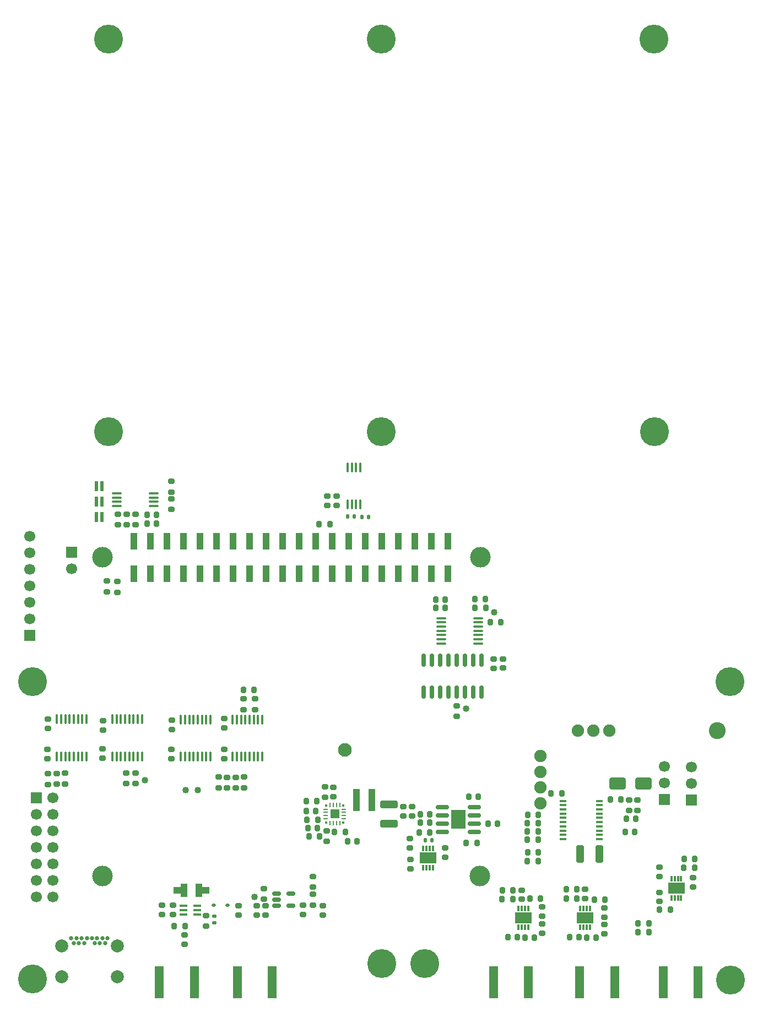
<source format=gbr>
%TF.GenerationSoftware,KiCad,Pcbnew,9.0.1*%
%TF.CreationDate,2025-06-02T14:00:06-06:00*%
%TF.ProjectId,PABA-DP,50414241-2d44-4502-9e6b-696361645f70,rev?*%
%TF.SameCoordinates,Original*%
%TF.FileFunction,Soldermask,Bot*%
%TF.FilePolarity,Negative*%
%FSLAX46Y46*%
G04 Gerber Fmt 4.6, Leading zero omitted, Abs format (unit mm)*
G04 Created by KiCad (PCBNEW 9.0.1) date 2025-06-02 14:00:06*
%MOMM*%
%LPD*%
G01*
G04 APERTURE LIST*
G04 Aperture macros list*
%AMRoundRect*
0 Rectangle with rounded corners*
0 $1 Rounding radius*
0 $2 $3 $4 $5 $6 $7 $8 $9 X,Y pos of 4 corners*
0 Add a 4 corners polygon primitive as box body*
4,1,4,$2,$3,$4,$5,$6,$7,$8,$9,$2,$3,0*
0 Add four circle primitives for the rounded corners*
1,1,$1+$1,$2,$3*
1,1,$1+$1,$4,$5*
1,1,$1+$1,$6,$7*
1,1,$1+$1,$8,$9*
0 Add four rect primitives between the rounded corners*
20,1,$1+$1,$2,$3,$4,$5,0*
20,1,$1+$1,$4,$5,$6,$7,0*
20,1,$1+$1,$6,$7,$8,$9,0*
20,1,$1+$1,$8,$9,$2,$3,0*%
%AMFreePoly0*
4,1,9,0.500000,-1.000000,-0.500000,-1.000000,-0.500000,-0.500000,-1.600000,-0.500000,-1.600000,0.500000,-0.500000,0.500000,-0.500000,1.000000,0.500000,1.000000,0.500000,-1.000000,0.500000,-1.000000,$1*%
%AMFreePoly1*
4,1,9,0.500000,0.500000,1.600000,0.500000,1.600000,-0.500000,0.500000,-0.500000,0.500000,-1.000000,-0.500000,-1.000000,-0.500000,1.000000,0.500000,1.000000,0.500000,0.500000,0.500000,0.500000,$1*%
G04 Aperture macros list end*
%ADD10RoundRect,0.100000X0.425000X0.100000X-0.425000X0.100000X-0.425000X-0.100000X0.425000X-0.100000X0*%
%ADD11R,0.980000X3.400000*%
%ADD12R,0.250000X0.700000*%
%ADD13R,0.700000X0.250000*%
%ADD14R,0.375000X0.375000*%
%ADD15R,1.450000X1.450000*%
%ADD16FreePoly0,0.000000*%
%ADD17FreePoly1,0.000000*%
%ADD18R,0.300000X0.850000*%
%ADD19R,2.540000X1.700000*%
%ADD20C,4.445000*%
%ADD21R,1.700000X1.700000*%
%ADD22C,1.700000*%
%ADD23C,3.175000*%
%ADD24C,1.905000*%
%ADD25R,1.400000X5.000000*%
%ADD26C,2.100000*%
%ADD27C,0.650000*%
%ADD28C,2.012000*%
%ADD29C,2.600000*%
%ADD30RoundRect,0.200000X-0.275000X0.200000X-0.275000X-0.200000X0.275000X-0.200000X0.275000X0.200000X0*%
%ADD31R,0.609600X1.524000*%
%ADD32RoundRect,0.200000X-0.200000X-0.275000X0.200000X-0.275000X0.200000X0.275000X-0.200000X0.275000X0*%
%ADD33RoundRect,0.196250X0.278750X-0.196250X0.278750X0.196250X-0.278750X0.196250X-0.278750X-0.196250X0*%
%ADD34RoundRect,0.197500X0.277500X-0.197500X0.277500X0.197500X-0.277500X0.197500X-0.277500X-0.197500X0*%
%ADD35RoundRect,0.135000X0.185000X-0.135000X0.185000X0.135000X-0.185000X0.135000X-0.185000X-0.135000X0*%
%ADD36RoundRect,0.196250X0.196250X0.278750X-0.196250X0.278750X-0.196250X-0.278750X0.196250X-0.278750X0*%
%ADD37RoundRect,0.197500X0.197500X0.277500X-0.197500X0.277500X-0.197500X-0.277500X0.197500X-0.277500X0*%
%ADD38RoundRect,0.200000X0.200000X0.275000X-0.200000X0.275000X-0.200000X-0.275000X0.200000X-0.275000X0*%
%ADD39RoundRect,0.196250X-0.196250X-0.278750X0.196250X-0.278750X0.196250X0.278750X-0.196250X0.278750X0*%
%ADD40RoundRect,0.197500X-0.197500X-0.277500X0.197500X-0.277500X0.197500X0.277500X-0.197500X0.277500X0*%
%ADD41RoundRect,0.196250X-0.278750X0.196250X-0.278750X-0.196250X0.278750X-0.196250X0.278750X0.196250X0*%
%ADD42RoundRect,0.197500X-0.277500X0.197500X-0.277500X-0.197500X0.277500X-0.197500X0.277500X0.197500X0*%
%ADD43RoundRect,0.200000X0.275000X-0.200000X0.275000X0.200000X-0.275000X0.200000X-0.275000X-0.200000X0*%
%ADD44C,1.016000*%
%ADD45RoundRect,0.100000X-0.100000X0.637500X-0.100000X-0.637500X0.100000X-0.637500X0.100000X0.637500X0*%
%ADD46R,1.000000X2.500000*%
%ADD47RoundRect,0.250000X0.325000X1.100000X-0.325000X1.100000X-0.325000X-1.100000X0.325000X-1.100000X0*%
%ADD48RoundRect,0.250000X-1.000000X-0.650000X1.000000X-0.650000X1.000000X0.650000X-1.000000X0.650000X0*%
%ADD49RoundRect,0.135000X0.135000X0.185000X-0.135000X0.185000X-0.135000X-0.185000X0.135000X-0.185000X0*%
%ADD50RoundRect,0.100000X-0.637500X-0.100000X0.637500X-0.100000X0.637500X0.100000X-0.637500X0.100000X0*%
%ADD51RoundRect,0.135000X-0.135000X-0.185000X0.135000X-0.185000X0.135000X0.185000X-0.135000X0.185000X0*%
%ADD52RoundRect,0.150000X0.150000X-0.825000X0.150000X0.825000X-0.150000X0.825000X-0.150000X-0.825000X0*%
%ADD53RoundRect,0.100000X0.480000X0.100000X-0.480000X0.100000X-0.480000X-0.100000X0.480000X-0.100000X0*%
%ADD54RoundRect,0.150000X-0.512500X-0.150000X0.512500X-0.150000X0.512500X0.150000X-0.512500X0.150000X0*%
%ADD55RoundRect,0.250000X-1.100000X0.325000X-1.100000X-0.325000X1.100000X-0.325000X1.100000X0.325000X0*%
%ADD56RoundRect,0.100000X0.637500X0.100000X-0.637500X0.100000X-0.637500X-0.100000X0.637500X-0.100000X0*%
%ADD57RoundRect,0.150000X0.825000X0.150000X-0.825000X0.150000X-0.825000X-0.150000X0.825000X-0.150000X0*%
%ADD58R,2.290000X3.000000*%
%ADD59RoundRect,0.112500X0.187500X0.112500X-0.187500X0.112500X-0.187500X-0.112500X0.187500X-0.112500X0*%
G04 APERTURE END LIST*
D10*
%TO.C,U36*%
X140463057Y-141347674D03*
X140463057Y-141997674D03*
X140463057Y-142647674D03*
X140463057Y-143297674D03*
X140463057Y-143947674D03*
X140463057Y-144597674D03*
X140463057Y-145247674D03*
X140463057Y-145897674D03*
X140463057Y-146547674D03*
X140463057Y-147197674D03*
X134913057Y-147197674D03*
X134913057Y-146547674D03*
X134913057Y-145897674D03*
X134913057Y-145247674D03*
X134913057Y-144597674D03*
X134913057Y-143947674D03*
X134913057Y-143297674D03*
X134913057Y-142647674D03*
X134913057Y-141997674D03*
X134913057Y-141347674D03*
%TD*%
D11*
%TO.C,L4*%
X103163660Y-141181770D03*
X105533660Y-141181770D03*
%TD*%
D12*
%TO.C,VR1*%
X99108664Y-141953167D03*
X99608664Y-141953167D03*
X100108664Y-141953167D03*
X100608664Y-141953167D03*
D13*
X101258664Y-142603167D03*
X101258664Y-143103167D03*
X101258664Y-143603167D03*
X101258664Y-144103167D03*
D12*
X100608664Y-144753167D03*
X100108664Y-144753167D03*
X99608664Y-144753167D03*
X99108664Y-144753167D03*
D13*
X98458664Y-144103167D03*
X98458664Y-143603167D03*
X98458664Y-143103167D03*
X98458664Y-142603167D03*
D14*
X98545664Y-144666167D03*
X98545664Y-142040167D03*
X101171664Y-142040167D03*
X101171664Y-144666167D03*
D15*
X99858664Y-143353167D03*
%TD*%
D16*
%TO.C,L1*%
X76627417Y-155072269D03*
D17*
X78927417Y-155072269D03*
%TD*%
D18*
%TO.C,U35*%
X129585954Y-160774855D03*
X129085954Y-160774855D03*
X128585954Y-160774855D03*
X128085954Y-160774855D03*
X128085954Y-157874855D03*
X128585954Y-157874855D03*
X129085954Y-157874855D03*
X129585954Y-157874855D03*
D19*
X128835954Y-159324855D03*
%TD*%
D18*
%TO.C,U29*%
X139058427Y-160789912D03*
X138558427Y-160789912D03*
X138058427Y-160789912D03*
X137558427Y-160789912D03*
X137558427Y-157889912D03*
X138058427Y-157889912D03*
X138558427Y-157889912D03*
X139058427Y-157889912D03*
D19*
X138308427Y-159339912D03*
%TD*%
D18*
%TO.C,U11*%
X151573025Y-153334455D03*
X152073025Y-153334455D03*
X152573025Y-153334455D03*
X153073025Y-153334455D03*
X153073025Y-156234455D03*
X152573025Y-156234455D03*
X152073025Y-156234455D03*
X151573025Y-156234455D03*
D19*
X152323025Y-154784455D03*
%TD*%
D18*
%TO.C,U28*%
X113448558Y-148673140D03*
X113948558Y-148673140D03*
X114448558Y-148673140D03*
X114948558Y-148673140D03*
X114948558Y-151573140D03*
X114448558Y-151573140D03*
X113948558Y-151573140D03*
X113448558Y-151573140D03*
D19*
X114198558Y-150123140D03*
%TD*%
D20*
%TO.C,*%
X53400930Y-168754394D03*
%TD*%
%TO.C,REF\u002A\u002A*%
X148922600Y-24169596D03*
%TD*%
D21*
%TO.C,P1*%
X53951459Y-140844486D03*
D22*
X56491459Y-140844486D03*
X53951459Y-143384486D03*
X56491459Y-143384486D03*
X53951459Y-145924486D03*
X56491459Y-145924486D03*
X53951459Y-148464486D03*
X56491459Y-148464486D03*
X53951459Y-151004486D03*
X56491459Y-151004486D03*
X53951459Y-153544486D03*
X56491459Y-153544486D03*
X53951459Y-156084486D03*
X56491459Y-156084486D03*
%TD*%
D23*
%TO.C,*%
X64174161Y-152897782D03*
%TD*%
%TO.C,*%
X64167161Y-103893286D03*
%TD*%
D20*
%TO.C,*%
X160657969Y-168883127D03*
%TD*%
D24*
%TO.C,W2*%
X131445757Y-136890409D03*
%TD*%
D20*
%TO.C,*%
X107012094Y-24169596D03*
%TD*%
D25*
%TO.C,EXT_LO1*%
X72841117Y-169242504D03*
X78241117Y-169242504D03*
%TD*%
D24*
%TO.C,W7*%
X131445757Y-141680339D03*
%TD*%
%TO.C,W1*%
X131445757Y-134383169D03*
%TD*%
D20*
%TO.C,*%
X53400263Y-123016664D03*
%TD*%
D23*
%TO.C,*%
X122178640Y-103876037D03*
%TD*%
D26*
%TO.C,VTUNE1*%
X101407494Y-133501731D03*
%TD*%
D23*
%TO.C,*%
X122161643Y-152883285D03*
%TD*%
D25*
%TO.C,TXIN1*%
X124210837Y-169242014D03*
X129610837Y-169242014D03*
%TD*%
D27*
%TO.C,P16*%
X64927203Y-162486305D03*
X64527203Y-163186305D03*
X63727203Y-163186305D03*
X63327203Y-162486305D03*
X62927203Y-163186305D03*
X62527203Y-162486305D03*
X61727203Y-162486305D03*
X61327203Y-163186305D03*
X60927203Y-162486305D03*
X60527203Y-163186305D03*
X59727203Y-163186305D03*
X59327203Y-162486305D03*
X64127203Y-162486305D03*
X60127203Y-162486305D03*
D28*
X66397203Y-168366305D03*
X66397203Y-163636305D03*
X57857203Y-163636305D03*
X57857203Y-168366305D03*
%TD*%
D20*
%TO.C,*%
X65087351Y-24169596D03*
%TD*%
D24*
%TO.C,W3*%
X137190217Y-130537359D03*
%TD*%
D29*
%TO.C,AGND3*%
X158598806Y-130537359D03*
%TD*%
D20*
%TO.C,*%
X148926585Y-84573339D03*
%TD*%
D25*
%TO.C,LO_OUT1*%
X84848207Y-169242506D03*
X90248207Y-169242506D03*
%TD*%
D21*
%TO.C,P3*%
X59408307Y-103110150D03*
D22*
X59408307Y-105650150D03*
%TD*%
D21*
%TO.C,P18*%
X52926737Y-115886353D03*
D22*
X52926737Y-113346353D03*
X52926737Y-110806353D03*
X52926737Y-108266353D03*
X52926737Y-105726353D03*
X52926737Y-103186353D03*
X52926737Y-100646353D03*
%TD*%
D25*
%TO.C,OUT2*%
X137447547Y-169238003D03*
X142847547Y-169238003D03*
%TD*%
D20*
%TO.C,*%
X65094613Y-84568055D03*
%TD*%
D24*
%TO.C,W6*%
X142022067Y-130537359D03*
%TD*%
%TO.C,W5*%
X139599667Y-130537359D03*
%TD*%
%TO.C,W4*%
X131445757Y-139271909D03*
%TD*%
D20*
%TO.C,*%
X160601357Y-123008926D03*
%TD*%
D25*
%TO.C,OUT1*%
X150283177Y-169242934D03*
X155683177Y-169242934D03*
%TD*%
D20*
%TO.C,*%
X113683513Y-166306459D03*
%TD*%
%TO.C,*%
X107084995Y-166306459D03*
%TD*%
%TO.C,*%
X107007589Y-84574221D03*
%TD*%
D21*
%TO.C,P11*%
X150521157Y-141142879D03*
D22*
X150521157Y-138602879D03*
X150521157Y-136062879D03*
%TD*%
D21*
%TO.C,P6*%
X154673807Y-141168633D03*
D22*
X154673807Y-138628633D03*
X154673807Y-136088633D03*
%TD*%
D30*
%TO.C,R54*%
X96493684Y-152951487D03*
X96493684Y-154601487D03*
%TD*%
D31*
%TO.C,P8*%
X63211097Y-92916352D03*
X64023897Y-92916352D03*
%TD*%
D32*
%TO.C,R50*%
X135409812Y-156312375D03*
X137059812Y-156312375D03*
%TD*%
D33*
%TO.C,C141*%
X128528577Y-156479158D03*
D34*
X128528577Y-155041658D03*
%TD*%
D35*
%TO.C,R63*%
X81309918Y-160083964D03*
X81309918Y-159063964D03*
%TD*%
D32*
%TO.C,R91*%
X146430797Y-161556925D03*
X148080797Y-161556925D03*
%TD*%
D36*
%TO.C,C59*%
X116779463Y-110353486D03*
D37*
X115341963Y-110353486D03*
%TD*%
D30*
%TO.C,R21*%
X69191276Y-137008048D03*
X69191276Y-138658048D03*
%TD*%
%TO.C,R152*%
X98564575Y-145911959D03*
X98564575Y-147561959D03*
%TD*%
D38*
%TO.C,R148*%
X101436826Y-146112752D03*
X99786826Y-146112752D03*
%TD*%
D30*
%TO.C,R30*%
X69197396Y-97227206D03*
X69197396Y-98877206D03*
%TD*%
D33*
%TO.C,C2*%
X64189077Y-130428084D03*
D34*
X64189077Y-128990584D03*
%TD*%
D33*
%TO.C,C153*%
X55713609Y-130181192D03*
D34*
X55713609Y-128743692D03*
%TD*%
D32*
%TO.C,R100*%
X129451872Y-144754095D03*
X131101872Y-144754095D03*
%TD*%
D39*
%TO.C,C143*%
X129084497Y-162327273D03*
D40*
X130521997Y-162327273D03*
%TD*%
D30*
%TO.C,R6*%
X87550320Y-125652418D03*
X87550320Y-127302418D03*
%TD*%
D41*
%TO.C,C145*%
X149720943Y-151507530D03*
D42*
X149720943Y-152945030D03*
%TD*%
D43*
%TO.C,R162*%
X118560014Y-128357461D03*
X118560014Y-126707461D03*
%TD*%
D44*
%TO.C,CSB0*%
X76931176Y-139708056D03*
%TD*%
D41*
%TO.C,C130*%
X131728594Y-160264997D03*
D42*
X131728594Y-161702497D03*
%TD*%
D30*
%TO.C,R8*%
X84588002Y-137692276D03*
X84588002Y-139342276D03*
%TD*%
D44*
%TO.C,CSB2*%
X70609640Y-138158530D03*
%TD*%
D45*
%TO.C,U39*%
X57131424Y-128790340D03*
X57781424Y-128790340D03*
X58431424Y-128790340D03*
X59081424Y-128790340D03*
X59731424Y-128790340D03*
X60381424Y-128790340D03*
X61031424Y-128790340D03*
X61681424Y-128790340D03*
X61681424Y-134515340D03*
X61031424Y-134515340D03*
X60381424Y-134515340D03*
X59731424Y-134515340D03*
X59081424Y-134515340D03*
X58431424Y-134515340D03*
X57781424Y-134515340D03*
X57131424Y-134515340D03*
%TD*%
D30*
%TO.C,R25*%
X67742212Y-137023295D03*
X67742212Y-138673295D03*
%TD*%
D39*
%TO.C,C125*%
X123427391Y-144835672D03*
D40*
X124864891Y-144835672D03*
%TD*%
D43*
%TO.C,R1*%
X64783660Y-109152761D03*
X64783660Y-107502761D03*
%TD*%
D31*
%TO.C,P9*%
X63203852Y-95307375D03*
X64016652Y-95307375D03*
%TD*%
D30*
%TO.C,R23*%
X74753125Y-92197393D03*
X74753125Y-93847393D03*
%TD*%
%TO.C,R24*%
X88917505Y-154810997D03*
X88917505Y-156460997D03*
%TD*%
D46*
%TO.C,P2*%
X68977184Y-106438159D03*
X68977184Y-101398159D03*
X71517184Y-106438159D03*
X71517184Y-101398159D03*
X74057184Y-106438159D03*
X74057184Y-101398159D03*
X76597184Y-106438159D03*
X76597184Y-101398159D03*
X79137184Y-106438159D03*
X79137184Y-101398159D03*
X81677184Y-106438159D03*
X81677184Y-101398159D03*
X84217184Y-106438159D03*
X84217184Y-101398159D03*
X86757184Y-106438159D03*
X86757184Y-101398159D03*
X89297184Y-106438159D03*
X89297184Y-101398159D03*
X91837184Y-106438159D03*
X91837184Y-101398159D03*
X94377184Y-106438159D03*
X94377184Y-101398159D03*
X96917184Y-106438159D03*
X96917184Y-101398159D03*
X99457184Y-106438159D03*
X99457184Y-101398159D03*
X101997184Y-106438159D03*
X101997184Y-101398159D03*
X104537184Y-106438159D03*
X104537184Y-101398159D03*
X107077184Y-106438159D03*
X107077184Y-101398159D03*
X109617184Y-106438159D03*
X109617184Y-101398159D03*
X112157184Y-106438159D03*
X112157184Y-101398159D03*
X114697184Y-106438159D03*
X114697184Y-101398159D03*
X117237184Y-106438159D03*
X117237184Y-101398159D03*
%TD*%
D41*
%TO.C,C154*%
X55694398Y-133423632D03*
D42*
X55694398Y-134861132D03*
%TD*%
D32*
%TO.C,R92*%
X129473827Y-143491652D03*
X131123827Y-143491652D03*
%TD*%
D41*
%TO.C,C122*%
X111681982Y-142241128D03*
D42*
X111681982Y-143678628D03*
%TD*%
D41*
%TO.C,C126*%
X87805092Y-157423866D03*
D42*
X87805092Y-158861366D03*
%TD*%
D41*
%TO.C,C123*%
X85032598Y-157440943D03*
D42*
X85032598Y-158878443D03*
%TD*%
D38*
%TO.C,R99*%
X131108580Y-149260465D03*
X129458580Y-149260465D03*
%TD*%
D41*
%TO.C,C118*%
X73255266Y-157370738D03*
D42*
X73255266Y-158808238D03*
%TD*%
D32*
%TO.C,R15*%
X121406465Y-111665328D03*
X123056465Y-111665328D03*
%TD*%
D38*
%TO.C,R12*%
X155151575Y-150236143D03*
X153501575Y-150236143D03*
%TD*%
D33*
%TO.C,C1*%
X74808371Y-130369670D03*
D34*
X74808371Y-128932170D03*
%TD*%
D41*
%TO.C,C117*%
X74978088Y-157384631D03*
D42*
X74978088Y-158822131D03*
%TD*%
D36*
%TO.C,C14*%
X72415533Y-98679641D03*
D37*
X70978033Y-98679641D03*
%TD*%
D30*
%TO.C,R28*%
X57069654Y-137097247D03*
X57069654Y-138747247D03*
%TD*%
D39*
%TO.C,C137*%
X144665684Y-144045343D03*
D40*
X146103184Y-144045343D03*
%TD*%
D32*
%TO.C,R102*%
X129420768Y-147321061D03*
X131070768Y-147321061D03*
%TD*%
D33*
%TO.C,C163*%
X100090559Y-95871482D03*
D34*
X100090559Y-94433982D03*
%TD*%
D43*
%TO.C,R7*%
X85883377Y-139320321D03*
X85883377Y-137670321D03*
%TD*%
D44*
%TO.C,TP2*%
X120043599Y-127110966D03*
%TD*%
D32*
%TO.C,R29*%
X97411637Y-98786021D03*
X99061637Y-98786021D03*
%TD*%
D38*
%TO.C,R59*%
X143805885Y-141118550D03*
X142155885Y-141118550D03*
%TD*%
%TO.C,R10*%
X131466796Y-156386475D03*
X129816796Y-156386475D03*
%TD*%
D33*
%TO.C,C110*%
X82838116Y-130113630D03*
D34*
X82838116Y-128676130D03*
%TD*%
D38*
%TO.C,R17*%
X127201936Y-156453256D03*
X125551936Y-156453256D03*
%TD*%
D47*
%TO.C,C139*%
X140485595Y-149498545D03*
X137535595Y-149498545D03*
%TD*%
D48*
%TO.C,D1*%
X143295251Y-138674744D03*
X147295251Y-138674744D03*
%TD*%
D32*
%TO.C,R137*%
X133057061Y-140146643D03*
X134707061Y-140146643D03*
%TD*%
D41*
%TO.C,C140*%
X154882451Y-153101839D03*
D42*
X154882451Y-154539339D03*
%TD*%
D38*
%TO.C,R18*%
X127223892Y-155092014D03*
X125573892Y-155092014D03*
%TD*%
D41*
%TO.C,C144*%
X116755004Y-148590541D03*
D42*
X116755004Y-150028041D03*
%TD*%
D30*
%TO.C,R27*%
X58353137Y-137074834D03*
X58353137Y-138724834D03*
%TD*%
D41*
%TO.C,C170*%
X141302611Y-160337687D03*
D42*
X141302611Y-161775187D03*
%TD*%
D30*
%TO.C,R32*%
X66478006Y-97216542D03*
X66478006Y-98866542D03*
%TD*%
D41*
%TO.C,C3*%
X64134188Y-133307344D03*
D42*
X64134188Y-134744844D03*
%TD*%
D43*
%TO.C,R60*%
X145044703Y-142812014D03*
X145044703Y-141162014D03*
%TD*%
%TO.C,R26*%
X74710468Y-96513461D03*
X74710468Y-94863461D03*
%TD*%
D41*
%TO.C,C148*%
X141302611Y-157768891D03*
D42*
X141302611Y-159206391D03*
%TD*%
D49*
%TO.C,R3*%
X105038229Y-97638832D03*
X104018229Y-97638832D03*
%TD*%
D30*
%TO.C,R53*%
X96435136Y-155703245D03*
X96435136Y-157353245D03*
%TD*%
D50*
%TO.C,U4*%
X66323208Y-95979614D03*
X66323208Y-95329614D03*
X66323208Y-94679614D03*
X66323208Y-94029614D03*
X72048208Y-94029614D03*
X72048208Y-94679614D03*
X72048208Y-95329614D03*
X72048208Y-95979614D03*
%TD*%
D32*
%TO.C,R164*%
X146466345Y-160170569D03*
X148116345Y-160170569D03*
%TD*%
D36*
%TO.C,C13*%
X72408423Y-97343052D03*
D37*
X70970923Y-97343052D03*
%TD*%
D31*
%TO.C,P10*%
X63227400Y-97684812D03*
X64040200Y-97684812D03*
%TD*%
D41*
%TO.C,C121*%
X76712981Y-161913770D03*
D42*
X76712981Y-163351270D03*
%TD*%
D30*
%TO.C,R138*%
X55748664Y-137138414D03*
X55748664Y-138788414D03*
%TD*%
D51*
%TO.C,R143*%
X113711719Y-147338329D03*
X114731719Y-147338329D03*
%TD*%
D41*
%TO.C,C124*%
X110375629Y-142252106D03*
D42*
X110375629Y-143689606D03*
%TD*%
D33*
%TO.C,C164*%
X98698871Y-95871482D03*
D34*
X98698871Y-94433982D03*
%TD*%
D38*
%TO.C,R153*%
X97197073Y-144224272D03*
X95547073Y-144224272D03*
%TD*%
D33*
%TO.C,C172*%
X138305949Y-156327299D03*
D34*
X138305949Y-154889799D03*
%TD*%
D33*
%TO.C,C66*%
X149763600Y-156818993D03*
D34*
X149763600Y-155381493D03*
%TD*%
D41*
%TO.C,C173*%
X94935147Y-157374771D03*
D42*
X94935147Y-158812271D03*
%TD*%
D32*
%TO.C,R156*%
X120019244Y-147836718D03*
X121669244Y-147836718D03*
%TD*%
D33*
%TO.C,C68*%
X111456862Y-151783355D03*
D34*
X111456862Y-150345855D03*
%TD*%
D44*
%TO.C,TP1*%
X124357135Y-112350758D03*
%TD*%
D45*
%TO.C,U40*%
X101820729Y-90028879D03*
X102470729Y-90028879D03*
X103120729Y-90028879D03*
X103770729Y-90028879D03*
X103770729Y-95753879D03*
X103120729Y-95753879D03*
X102470729Y-95753879D03*
X101820729Y-95753879D03*
%TD*%
D44*
%TO.C,CSB1*%
X78802756Y-139692059D03*
%TD*%
D30*
%TO.C,R149*%
X98320648Y-139163792D03*
X98320648Y-140813792D03*
%TD*%
D39*
%TO.C,C171*%
X135939994Y-162272193D03*
D40*
X137377494Y-162272193D03*
%TD*%
D52*
%TO.C,U38*%
X122368304Y-124617381D03*
X121098304Y-124617381D03*
X119828304Y-124617381D03*
X118558304Y-124617381D03*
X117288304Y-124617381D03*
X116018304Y-124617381D03*
X114748304Y-124617381D03*
X113478304Y-124617381D03*
X113478304Y-119667381D03*
X114748304Y-119667381D03*
X116018304Y-119667381D03*
X117288304Y-119667381D03*
X118558304Y-119667381D03*
X119828304Y-119667381D03*
X121098304Y-119667381D03*
X122368304Y-119667381D03*
%TD*%
D32*
%TO.C,R151*%
X95843472Y-146796727D03*
X97493472Y-146796727D03*
%TD*%
D30*
%TO.C,R94*%
X85846022Y-125649673D03*
X85846022Y-127299673D03*
%TD*%
D38*
%TO.C,R161*%
X125367283Y-113855392D03*
X123717283Y-113855392D03*
%TD*%
D32*
%TO.C,R57*%
X75163448Y-160605873D03*
X76813448Y-160605873D03*
%TD*%
%TO.C,R11*%
X153497576Y-151577278D03*
X155147576Y-151577278D03*
%TD*%
D30*
%TO.C,R31*%
X67832369Y-97227206D03*
X67832369Y-98877206D03*
%TD*%
D41*
%TO.C,C146*%
X89232201Y-157429355D03*
D42*
X89232201Y-158866855D03*
%TD*%
D33*
%TO.C,C48*%
X99603681Y-140720887D03*
D34*
X99603681Y-139283387D03*
%TD*%
D43*
%TO.C,R2*%
X66439776Y-109247113D03*
X66439776Y-107597113D03*
%TD*%
D30*
%TO.C,R61*%
X146371183Y-141172991D03*
X146371183Y-142822991D03*
%TD*%
D36*
%TO.C,C119*%
X97181054Y-145508670D03*
D37*
X95743554Y-145508670D03*
%TD*%
D38*
%TO.C,R98*%
X131097603Y-150566819D03*
X129447603Y-150566819D03*
%TD*%
D41*
%TO.C,C152*%
X124227282Y-119503773D03*
D42*
X124227282Y-120941273D03*
%TD*%
D41*
%TO.C,C151*%
X125696930Y-119483189D03*
D42*
X125696930Y-120920689D03*
%TD*%
D32*
%TO.C,R5*%
X85786721Y-124281866D03*
X87436721Y-124281866D03*
%TD*%
%TO.C,R160*%
X95457421Y-141404817D03*
X97107421Y-141404817D03*
%TD*%
%TO.C,R9*%
X149749085Y-158063719D03*
X151399085Y-158063719D03*
%TD*%
D36*
%TO.C,C127*%
X114414116Y-143378407D03*
D37*
X112976616Y-143378407D03*
%TD*%
D53*
%TO.C,U30*%
X78718046Y-157474899D03*
X78718046Y-158124899D03*
X78718046Y-158774899D03*
X76618046Y-158774899D03*
X76618046Y-158124899D03*
X76618046Y-157474899D03*
%TD*%
D32*
%TO.C,R16*%
X121325961Y-110333360D03*
X122975961Y-110333360D03*
%TD*%
D43*
%TO.C,R13*%
X83237737Y-139342276D03*
X83237737Y-137692276D03*
%TD*%
D41*
%TO.C,C175*%
X98003126Y-157428135D03*
D42*
X98003126Y-158865635D03*
%TD*%
D30*
%TO.C,R14*%
X81964317Y-137681298D03*
X81964317Y-139331298D03*
%TD*%
D41*
%TO.C,C147*%
X111348914Y-147127755D03*
D42*
X111348914Y-148565255D03*
%TD*%
D54*
%TO.C,U32*%
X90850119Y-157469707D03*
X90850119Y-156519707D03*
X90850119Y-155569707D03*
X93125119Y-155569707D03*
X93125119Y-157469707D03*
%TD*%
D45*
%TO.C,U1*%
X76177682Y-128812323D03*
X76827682Y-128812323D03*
X77477682Y-128812323D03*
X78127682Y-128812323D03*
X78777682Y-128812323D03*
X79427682Y-128812323D03*
X80077682Y-128812323D03*
X80727682Y-128812323D03*
X80727682Y-134537323D03*
X80077682Y-134537323D03*
X79427682Y-134537323D03*
X78777682Y-134537323D03*
X78127682Y-134537323D03*
X77477682Y-134537323D03*
X76827682Y-134537323D03*
X76177682Y-134537323D03*
%TD*%
D38*
%TO.C,R51*%
X137067131Y-154914540D03*
X135417131Y-154914540D03*
%TD*%
D36*
%TO.C,C128*%
X114399479Y-144688420D03*
D37*
X112961979Y-144688420D03*
%TD*%
D41*
%TO.C,C6*%
X74679077Y-133396215D03*
D42*
X74679077Y-134833715D03*
%TD*%
D30*
%TO.C,R58*%
X80091386Y-158946563D03*
X80091386Y-160596563D03*
%TD*%
D55*
%TO.C,C120*%
X108161780Y-141912065D03*
X108161780Y-144862065D03*
%TD*%
D56*
%TO.C,U37*%
X121915903Y-113236445D03*
X121915903Y-113886445D03*
X121915903Y-114536445D03*
X121915903Y-115186445D03*
X121915903Y-115836445D03*
X121915903Y-116486445D03*
X121915903Y-117136445D03*
X116190903Y-117136445D03*
X116190903Y-116486445D03*
X116190903Y-115836445D03*
X116190903Y-115186445D03*
X116190903Y-114536445D03*
X116190903Y-113886445D03*
X116190903Y-113236445D03*
%TD*%
D41*
%TO.C,C114*%
X131662727Y-157663268D03*
D42*
X131662727Y-159100768D03*
%TD*%
D39*
%TO.C,C135*%
X126438857Y-162305317D03*
D40*
X127876357Y-162305317D03*
%TD*%
D39*
%TO.C,C138*%
X144517485Y-146120140D03*
D40*
X145954985Y-146120140D03*
%TD*%
D39*
%TO.C,C174*%
X138541151Y-162323156D03*
D40*
X139978651Y-162323156D03*
%TD*%
D45*
%TO.C,U27*%
X84143924Y-128804654D03*
X84793924Y-128804654D03*
X85443924Y-128804654D03*
X86093924Y-128804654D03*
X86743924Y-128804654D03*
X87393924Y-128804654D03*
X88043924Y-128804654D03*
X88693924Y-128804654D03*
X88693924Y-134529654D03*
X88043924Y-134529654D03*
X87393924Y-134529654D03*
X86743924Y-134529654D03*
X86093924Y-134529654D03*
X85443924Y-134529654D03*
X84793924Y-134529654D03*
X84143924Y-134529654D03*
%TD*%
D38*
%TO.C,R139*%
X114430135Y-146152121D03*
X112780135Y-146152121D03*
%TD*%
D41*
%TO.C,C112*%
X82848027Y-133400439D03*
D42*
X82848027Y-134837939D03*
%TD*%
D57*
%TO.C,U31*%
X121295677Y-142273379D03*
X121295677Y-143543379D03*
X121295677Y-144813379D03*
X121295677Y-146083379D03*
X116345677Y-146083379D03*
X116345677Y-144813379D03*
X116345677Y-143543379D03*
X116345677Y-142273379D03*
D58*
X118820677Y-144178379D03*
%TD*%
D38*
%TO.C,R19*%
X141363094Y-156524612D03*
X139713094Y-156524612D03*
%TD*%
D44*
%TO.C,TP3*%
X87475403Y-156096992D03*
%TD*%
D36*
%TO.C,C129*%
X121868207Y-140672357D03*
D37*
X120430707Y-140672357D03*
%TD*%
D51*
%TO.C,R4*%
X101769104Y-97593212D03*
X102789104Y-97593212D03*
%TD*%
D36*
%TO.C,C116*%
X96917588Y-142853882D03*
D37*
X95480088Y-142853882D03*
%TD*%
D36*
%TO.C,C150*%
X116834352Y-111615928D03*
D37*
X115396852Y-111615928D03*
%TD*%
D59*
%TO.C,D2*%
X83369871Y-157400367D03*
X81269871Y-157400367D03*
%TD*%
D45*
%TO.C,U2*%
X65652653Y-128776646D03*
X66302653Y-128776646D03*
X66952653Y-128776646D03*
X67602653Y-128776646D03*
X68252653Y-128776646D03*
X68902653Y-128776646D03*
X69552653Y-128776646D03*
X70202653Y-128776646D03*
X70202653Y-134501646D03*
X69552653Y-134501646D03*
X68902653Y-134501646D03*
X68252653Y-134501646D03*
X67602653Y-134501646D03*
X66952653Y-134501646D03*
X66302653Y-134501646D03*
X65652653Y-134501646D03*
%TD*%
D39*
%TO.C,C115*%
X101839829Y-147506927D03*
D40*
X103277329Y-147506927D03*
%TD*%
D38*
%TO.C,R101*%
X131090894Y-146056789D03*
X129440894Y-146056789D03*
%TD*%
M02*

</source>
